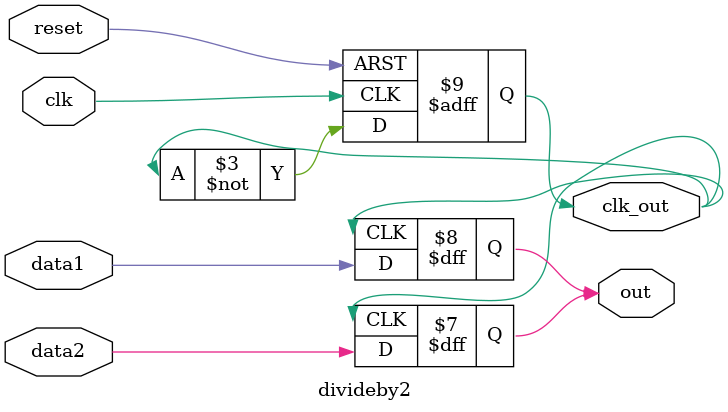
<source format=v>
`timescale 1ns / 1ps


module divideby2(
 input clk,
 input data1,data2,
 input reset,
 output reg clk_out,
 output reg out
    );

wire clk;

initial begin
 clk_out = 0;
 end
 always @(posedge clk or negedge reset) begin
 if (!reset) begin
 clk_out <= 0;
 end else begin
 clk_out <= ~clk_out;
 end
 end
 
 always@(posedge clk_out)
 out<=data1;
 
 always@(negedge clk_out)
 out<=data2;
 

endmodule
    


</source>
